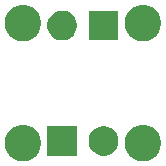
<source format=gbr>
G04 #@! TF.GenerationSoftware,KiCad,Pcbnew,5.1.5-52549c5~86~ubuntu18.04.1*
G04 #@! TF.CreationDate,2020-10-13T18:11:48-05:00*
G04 #@! TF.ProjectId,D06,4430362e-6b69-4636-9164-5f7063625858,rev?*
G04 #@! TF.SameCoordinates,Original*
G04 #@! TF.FileFunction,Soldermask,Bot*
G04 #@! TF.FilePolarity,Negative*
%FSLAX46Y46*%
G04 Gerber Fmt 4.6, Leading zero omitted, Abs format (unit mm)*
G04 Created by KiCad (PCBNEW 5.1.5-52549c5~86~ubuntu18.04.1) date 2020-10-13 18:11:48*
%MOMM*%
%LPD*%
G04 APERTURE LIST*
%ADD10C,0.100000*%
G04 APERTURE END LIST*
D10*
G36*
X34272585Y-32448802D02*
G01*
X34422410Y-32478604D01*
X34704674Y-32595521D01*
X34958705Y-32765259D01*
X35174741Y-32981295D01*
X35344479Y-33235326D01*
X35461396Y-33517590D01*
X35521000Y-33817240D01*
X35521000Y-34122760D01*
X35461396Y-34422410D01*
X35344479Y-34704674D01*
X35174741Y-34958705D01*
X34958705Y-35174741D01*
X34704674Y-35344479D01*
X34422410Y-35461396D01*
X34272585Y-35491198D01*
X34122761Y-35521000D01*
X33817239Y-35521000D01*
X33667415Y-35491198D01*
X33517590Y-35461396D01*
X33235326Y-35344479D01*
X32981295Y-35174741D01*
X32765259Y-34958705D01*
X32595521Y-34704674D01*
X32478604Y-34422410D01*
X32419000Y-34122760D01*
X32419000Y-33817240D01*
X32478604Y-33517590D01*
X32595521Y-33235326D01*
X32765259Y-32981295D01*
X32981295Y-32765259D01*
X33235326Y-32595521D01*
X33517590Y-32478604D01*
X33667415Y-32448802D01*
X33817239Y-32419000D01*
X34122761Y-32419000D01*
X34272585Y-32448802D01*
G37*
G36*
X24112585Y-32448802D02*
G01*
X24262410Y-32478604D01*
X24544674Y-32595521D01*
X24798705Y-32765259D01*
X25014741Y-32981295D01*
X25184479Y-33235326D01*
X25301396Y-33517590D01*
X25361000Y-33817240D01*
X25361000Y-34122760D01*
X25301396Y-34422410D01*
X25184479Y-34704674D01*
X25014741Y-34958705D01*
X24798705Y-35174741D01*
X24544674Y-35344479D01*
X24262410Y-35461396D01*
X24112585Y-35491198D01*
X23962761Y-35521000D01*
X23657239Y-35521000D01*
X23507415Y-35491198D01*
X23357590Y-35461396D01*
X23075326Y-35344479D01*
X22821295Y-35174741D01*
X22605259Y-34958705D01*
X22435521Y-34704674D01*
X22318604Y-34422410D01*
X22259000Y-34122760D01*
X22259000Y-33817240D01*
X22318604Y-33517590D01*
X22435521Y-33235326D01*
X22605259Y-32981295D01*
X22821295Y-32765259D01*
X23075326Y-32595521D01*
X23357590Y-32478604D01*
X23507415Y-32448802D01*
X23657239Y-32419000D01*
X23962761Y-32419000D01*
X24112585Y-32448802D01*
G37*
G36*
X31004903Y-32574075D02*
G01*
X31232571Y-32668378D01*
X31437466Y-32805285D01*
X31611715Y-32979534D01*
X31748622Y-33184429D01*
X31842925Y-33412097D01*
X31891000Y-33653787D01*
X31891000Y-33900213D01*
X31842925Y-34141903D01*
X31748622Y-34369571D01*
X31611715Y-34574466D01*
X31437466Y-34748715D01*
X31232571Y-34885622D01*
X31232570Y-34885623D01*
X31232569Y-34885623D01*
X31004903Y-34979925D01*
X30763214Y-35028000D01*
X30516786Y-35028000D01*
X30275097Y-34979925D01*
X30047431Y-34885623D01*
X30047430Y-34885623D01*
X30047429Y-34885622D01*
X29842534Y-34748715D01*
X29668285Y-34574466D01*
X29531378Y-34369571D01*
X29437075Y-34141903D01*
X29389000Y-33900213D01*
X29389000Y-33653787D01*
X29437075Y-33412097D01*
X29531378Y-33184429D01*
X29668285Y-32979534D01*
X29842534Y-32805285D01*
X30047429Y-32668378D01*
X30275097Y-32574075D01*
X30516786Y-32526000D01*
X30763214Y-32526000D01*
X31004903Y-32574075D01*
G37*
G36*
X28391000Y-35028000D02*
G01*
X25889000Y-35028000D01*
X25889000Y-32526000D01*
X28391000Y-32526000D01*
X28391000Y-35028000D01*
G37*
G36*
X34272585Y-22288802D02*
G01*
X34422410Y-22318604D01*
X34704674Y-22435521D01*
X34958705Y-22605259D01*
X35174741Y-22821295D01*
X35344479Y-23075326D01*
X35461396Y-23357590D01*
X35521000Y-23657240D01*
X35521000Y-23962760D01*
X35461396Y-24262410D01*
X35344479Y-24544674D01*
X35174741Y-24798705D01*
X34958705Y-25014741D01*
X34704674Y-25184479D01*
X34422410Y-25301396D01*
X34272585Y-25331198D01*
X34122761Y-25361000D01*
X33817239Y-25361000D01*
X33667415Y-25331198D01*
X33517590Y-25301396D01*
X33235326Y-25184479D01*
X32981295Y-25014741D01*
X32765259Y-24798705D01*
X32595521Y-24544674D01*
X32478604Y-24262410D01*
X32419000Y-23962760D01*
X32419000Y-23657240D01*
X32478604Y-23357590D01*
X32595521Y-23075326D01*
X32765259Y-22821295D01*
X32981295Y-22605259D01*
X33235326Y-22435521D01*
X33517590Y-22318604D01*
X33667415Y-22288802D01*
X33817239Y-22259000D01*
X34122761Y-22259000D01*
X34272585Y-22288802D01*
G37*
G36*
X24112585Y-22288802D02*
G01*
X24262410Y-22318604D01*
X24544674Y-22435521D01*
X24798705Y-22605259D01*
X25014741Y-22821295D01*
X25184479Y-23075326D01*
X25301396Y-23357590D01*
X25361000Y-23657240D01*
X25361000Y-23962760D01*
X25301396Y-24262410D01*
X25184479Y-24544674D01*
X25014741Y-24798705D01*
X24798705Y-25014741D01*
X24544674Y-25184479D01*
X24262410Y-25301396D01*
X24112585Y-25331198D01*
X23962761Y-25361000D01*
X23657239Y-25361000D01*
X23507415Y-25331198D01*
X23357590Y-25301396D01*
X23075326Y-25184479D01*
X22821295Y-25014741D01*
X22605259Y-24798705D01*
X22435521Y-24544674D01*
X22318604Y-24262410D01*
X22259000Y-23962760D01*
X22259000Y-23657240D01*
X22318604Y-23357590D01*
X22435521Y-23075326D01*
X22605259Y-22821295D01*
X22821295Y-22605259D01*
X23075326Y-22435521D01*
X23357590Y-22318604D01*
X23507415Y-22288802D01*
X23657239Y-22259000D01*
X23962761Y-22259000D01*
X24112585Y-22288802D01*
G37*
G36*
X31891000Y-25254000D02*
G01*
X29389000Y-25254000D01*
X29389000Y-22752000D01*
X31891000Y-22752000D01*
X31891000Y-25254000D01*
G37*
G36*
X27504903Y-22800075D02*
G01*
X27732571Y-22894378D01*
X27937466Y-23031285D01*
X28111715Y-23205534D01*
X28248622Y-23410429D01*
X28342925Y-23638097D01*
X28391000Y-23879787D01*
X28391000Y-24126213D01*
X28342925Y-24367903D01*
X28248622Y-24595571D01*
X28111715Y-24800466D01*
X27937466Y-24974715D01*
X27732571Y-25111622D01*
X27732570Y-25111623D01*
X27732569Y-25111623D01*
X27504903Y-25205925D01*
X27263214Y-25254000D01*
X27016786Y-25254000D01*
X26775097Y-25205925D01*
X26547431Y-25111623D01*
X26547430Y-25111623D01*
X26547429Y-25111622D01*
X26342534Y-24974715D01*
X26168285Y-24800466D01*
X26031378Y-24595571D01*
X25937075Y-24367903D01*
X25889000Y-24126213D01*
X25889000Y-23879787D01*
X25937075Y-23638097D01*
X26031378Y-23410429D01*
X26168285Y-23205534D01*
X26342534Y-23031285D01*
X26547429Y-22894378D01*
X26775097Y-22800075D01*
X27016786Y-22752000D01*
X27263214Y-22752000D01*
X27504903Y-22800075D01*
G37*
M02*

</source>
